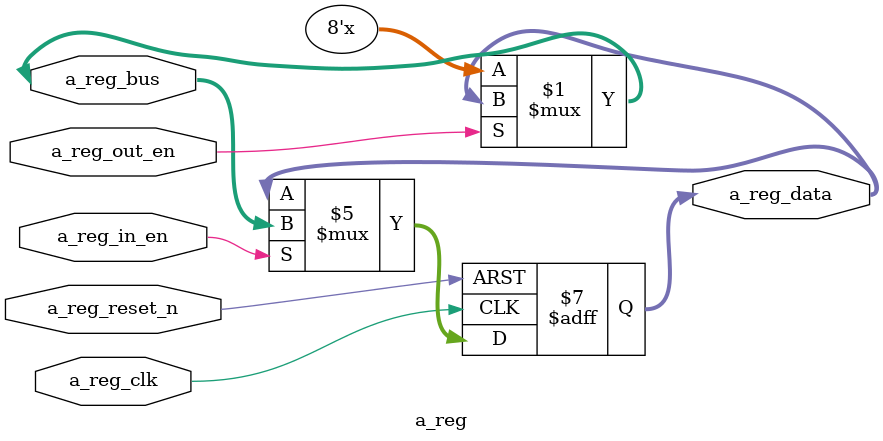
<source format=v>
`timescale 1ns / 1ps

module a_reg(
    inout tri [7:0] a_reg_bus,
    output reg [7:0] a_reg_data,
    input a_reg_clk,
    input a_reg_reset_n,
    input wire a_reg_in_en,
    input wire a_reg_out_en
    );


assign a_reg_bus= a_reg_out_en? a_reg_data : 8'bz;

always @(posedge a_reg_clk or negedge a_reg_reset_n)begin
    if(a_reg_reset_n==1'b0)
        a_reg_data<=8'd0;
    else begin
        if(a_reg_in_en==1'b1)
            a_reg_data<=a_reg_bus;
    end
end    

endmodule

</source>
